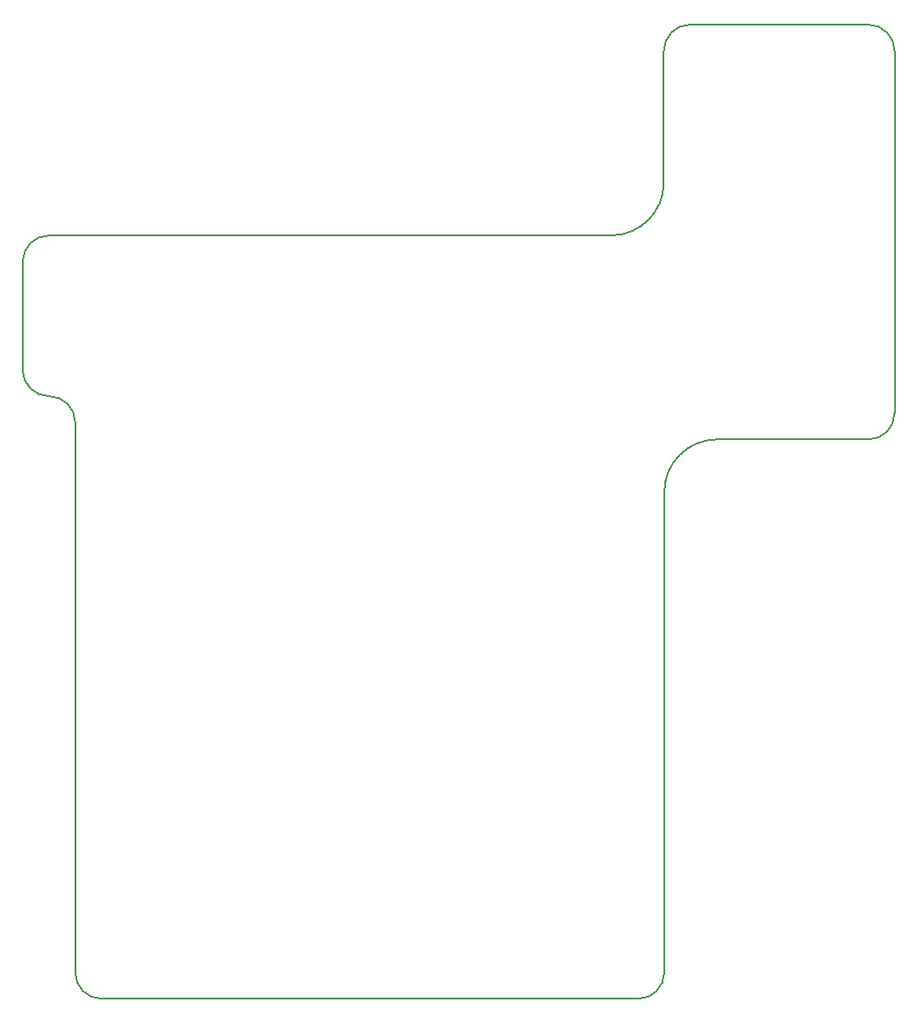
<source format=gm1>
G04 #@! TF.GenerationSoftware,KiCad,Pcbnew,(5.1.2-1)-1*
G04 #@! TF.CreationDate,2019-05-24T14:25:54+02:00*
G04 #@! TF.ProjectId,TriMod CBM Adapter (Standard Version),5472694d-6f64-4204-9342-4d2041646170,1.1*
G04 #@! TF.SameCoordinates,Original*
G04 #@! TF.FileFunction,Profile,NP*
%FSLAX46Y46*%
G04 Gerber Fmt 4.6, Leading zero omitted, Abs format (unit mm)*
G04 Created by KiCad (PCBNEW (5.1.2-1)-1) date 2019-05-24 14:25:54*
%MOMM*%
%LPD*%
G04 APERTURE LIST*
%ADD10C,0.150000*%
G04 APERTURE END LIST*
D10*
X67119500Y-75184000D02*
G75*
G02X69659500Y-77724000I0J-2540000D01*
G01*
X64579500Y-62230000D02*
X64579500Y-72644000D01*
X67119500Y-75184000D02*
G75*
G02X64579500Y-72644000I0J2540000D01*
G01*
X126492000Y-84434680D02*
G75*
G02X131572000Y-79354680I5080000J0D01*
G01*
X126441200Y-54610000D02*
G75*
G02X121361200Y-59690000I-5080000J0D01*
G01*
X64579500Y-62230000D02*
G75*
G02X67119500Y-59690000I2540000J0D01*
G01*
X72199500Y-133286500D02*
G75*
G02X69659500Y-130746500I0J2540000D01*
G01*
X126492000Y-130746500D02*
G75*
G02X123952000Y-133286500I-2540000J0D01*
G01*
X148717000Y-76814680D02*
G75*
G02X146177000Y-79354680I-2540000J0D01*
G01*
X126441200Y-41910000D02*
G75*
G02X128981200Y-39370000I2540000J0D01*
G01*
X146177000Y-39370000D02*
G75*
G02X148717000Y-41910000I0J-2540000D01*
G01*
X148717000Y-76814680D02*
X148717000Y-41910000D01*
X131572000Y-79354680D02*
X146177000Y-79354680D01*
X126492000Y-130746500D02*
X126492000Y-84434680D01*
X72199500Y-133286500D02*
X123952000Y-133286500D01*
X69659500Y-77724000D02*
X69659500Y-130746500D01*
X121361200Y-59690000D02*
X67119500Y-59690000D01*
X126441200Y-41910000D02*
X126441200Y-54610000D01*
X146177000Y-39370000D02*
X128981200Y-39370000D01*
M02*

</source>
